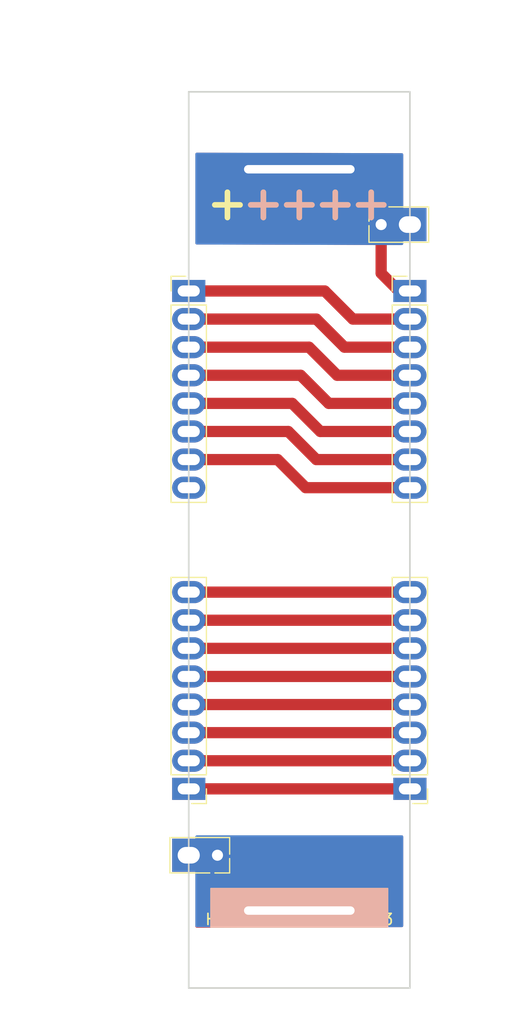
<source format=kicad_pcb>
(kicad_pcb (version 20171130) (host pcbnew "(5.1.5)-3")

  (general
    (thickness 1.6)
    (drawings 18)
    (tracks 34)
    (zones 0)
    (modules 11)
    (nets 19)
  )

  (page A4)
  (layers
    (0 F.Cu signal)
    (31 B.Cu signal)
    (32 B.Adhes user)
    (33 F.Adhes user)
    (34 B.Paste user)
    (35 F.Paste user)
    (36 B.SilkS user)
    (37 F.SilkS user)
    (38 B.Mask user)
    (39 F.Mask user)
    (40 Dwgs.User user)
    (41 Cmts.User user)
    (42 Eco1.User user)
    (43 Eco2.User user)
    (44 Edge.Cuts user)
    (45 Margin user)
    (46 B.CrtYd user)
    (47 F.CrtYd user)
    (48 B.Fab user)
    (49 F.Fab user)
  )

  (setup
    (last_trace_width 1.016)
    (user_trace_width 0.1524)
    (user_trace_width 0.254)
    (user_trace_width 0.508)
    (user_trace_width 0.762)
    (user_trace_width 1.016)
    (trace_clearance 0.1524)
    (zone_clearance 0.508)
    (zone_45_only no)
    (trace_min 0.1524)
    (via_size 0.6858)
    (via_drill 0.3302)
    (via_min_size 0.508)
    (via_min_drill 0.254)
    (user_via 0.508 0.254)
    (user_via 0.6858 0.3302)
    (user_via 0.8 0.4)
    (uvia_size 0.508)
    (uvia_drill 0.254)
    (uvias_allowed no)
    (uvia_min_size 0.2)
    (uvia_min_drill 0.1)
    (edge_width 0.15)
    (segment_width 0.2)
    (pcb_text_width 0.3)
    (pcb_text_size 1.5 1.5)
    (mod_edge_width 0.15)
    (mod_text_size 1 1)
    (mod_text_width 0.15)
    (pad_size 1.524 1.524)
    (pad_drill 0.762)
    (pad_to_mask_clearance 0.051)
    (solder_mask_min_width 0.25)
    (aux_axis_origin 0 0)
    (visible_elements 7FFFFFFF)
    (pcbplotparams
      (layerselection 0x010fc_ffffffff)
      (usegerberextensions false)
      (usegerberattributes false)
      (usegerberadvancedattributes false)
      (creategerberjobfile false)
      (excludeedgelayer true)
      (linewidth 0.100000)
      (plotframeref false)
      (viasonmask false)
      (mode 1)
      (useauxorigin false)
      (hpglpennumber 1)
      (hpglpenspeed 20)
      (hpglpendiameter 15.000000)
      (psnegative false)
      (psa4output false)
      (plotreference true)
      (plotvalue true)
      (plotinvisibletext false)
      (padsonsilk false)
      (subtractmaskfromsilk false)
      (outputformat 1)
      (mirror false)
      (drillshape 1)
      (scaleselection 1)
      (outputdirectory ""))
  )

  (net 0 "")
  (net 1 "Net-(BT1-Pad2)")
  (net 2 "Net-(BT1-Pad1)")
  (net 3 "Net-(J3-Pad6)")
  (net 4 "Net-(J3-Pad5)")
  (net 5 "Net-(J3-Pad4)")
  (net 6 "Net-(J3-Pad3)")
  (net 7 "Net-(J3-Pad2)")
  (net 8 "Net-(J3-Pad1)")
  (net 9 "Net-(J5-Pad6)")
  (net 10 "Net-(J5-Pad5)")
  (net 11 "Net-(J5-Pad4)")
  (net 12 "Net-(J5-Pad3)")
  (net 13 "Net-(J5-Pad2)")
  (net 14 "Net-(J5-Pad1)")
  (net 15 "Net-(J3-Pad7)")
  (net 16 "Net-(J3-Pad8)")
  (net 17 "Net-(J5-Pad8)")
  (net 18 "Net-(J5-Pad7)")

  (net_class Default "Ceci est la Netclass par défaut."
    (clearance 0.1524)
    (trace_width 0.1524)
    (via_dia 0.6858)
    (via_drill 0.3302)
    (uvia_dia 0.508)
    (uvia_drill 0.254)
    (add_net "Net-(BT1-Pad1)")
    (add_net "Net-(BT1-Pad2)")
    (add_net "Net-(J3-Pad1)")
    (add_net "Net-(J3-Pad2)")
    (add_net "Net-(J3-Pad3)")
    (add_net "Net-(J3-Pad4)")
    (add_net "Net-(J3-Pad5)")
    (add_net "Net-(J3-Pad6)")
    (add_net "Net-(J3-Pad7)")
    (add_net "Net-(J3-Pad8)")
    (add_net "Net-(J5-Pad1)")
    (add_net "Net-(J5-Pad2)")
    (add_net "Net-(J5-Pad3)")
    (add_net "Net-(J5-Pad4)")
    (add_net "Net-(J5-Pad5)")
    (add_net "Net-(J5-Pad6)")
    (add_net "Net-(J5-Pad7)")
    (add_net "Net-(J5-Pad8)")
  )

  (module telec:Castellated_1x08_P2.54mm (layer F.Cu) (tedit 608B189C) (tstamp 6088BA65)
    (at 32 75 180)
    (descr "Through hole straight pin header, 1x08, 2.54mm pitch, single row")
    (tags "Through hole pin header THT 1x08 2.54mm single row")
    (path /60887DCA)
    (fp_text reference J6 (at 0 -2.33) (layer F.SilkS) hide
      (effects (font (size 1 1) (thickness 0.15)))
    )
    (fp_text value bal_odd_right (at 0 20.11) (layer F.Fab)
      (effects (font (size 1 1) (thickness 0.15)))
    )
    (fp_text user %R (at 0 8.89 90) (layer F.Fab)
      (effects (font (size 1 1) (thickness 0.15)))
    )
    (fp_line (start 1.8 -1.8) (end -1.8 -1.8) (layer F.CrtYd) (width 0.05))
    (fp_line (start 1.8 19.55) (end 1.8 -1.8) (layer F.CrtYd) (width 0.05))
    (fp_line (start -1.8 19.55) (end 1.8 19.55) (layer F.CrtYd) (width 0.05))
    (fp_line (start -1.8 -1.8) (end -1.8 19.55) (layer F.CrtYd) (width 0.05))
    (fp_line (start -1.6 -1.33) (end -0.27 -1.33) (layer F.SilkS) (width 0.12))
    (fp_line (start -1.6 0) (end -1.6 -1.33) (layer F.SilkS) (width 0.12))
    (fp_line (start -1.6 1.27) (end 1.6 1.27) (layer F.SilkS) (width 0.12))
    (fp_line (start 1.6 1.27) (end 1.6 19.11) (layer F.SilkS) (width 0.12))
    (fp_line (start -1.6 1.27) (end -1.6 19.11) (layer F.SilkS) (width 0.12))
    (fp_line (start -1.6 19.11) (end 1.6 19.11) (layer F.SilkS) (width 0.12))
    (fp_line (start -1.27 -0.635) (end -0.635 -1.27) (layer F.Fab) (width 0.1))
    (fp_line (start -1.27 19.05) (end -1.27 -0.635) (layer F.Fab) (width 0.1))
    (fp_line (start 1.27 19.05) (end -1.27 19.05) (layer F.Fab) (width 0.1))
    (fp_line (start 1.27 -1.27) (end 1.27 19.05) (layer F.Fab) (width 0.1))
    (fp_line (start -0.635 -1.27) (end 1.27 -1.27) (layer F.Fab) (width 0.1))
    (pad 8 thru_hole oval (at 0 17.78 180) (size 3 2) (drill oval 2 1) (layers *.Cu *.Mask)
      (net 17 "Net-(J5-Pad8)"))
    (pad 7 thru_hole oval (at 0 15.24 180) (size 3 2) (drill oval 2 1) (layers *.Cu *.Mask)
      (net 18 "Net-(J5-Pad7)"))
    (pad 6 thru_hole oval (at 0 12.7 180) (size 3 2) (drill oval 2 1) (layers *.Cu *.Mask)
      (net 9 "Net-(J5-Pad6)"))
    (pad 5 thru_hole oval (at 0 10.16 180) (size 3 2) (drill oval 2 1) (layers *.Cu *.Mask)
      (net 10 "Net-(J5-Pad5)"))
    (pad 4 thru_hole oval (at 0 7.62 180) (size 3 2) (drill oval 2 1) (layers *.Cu *.Mask)
      (net 11 "Net-(J5-Pad4)"))
    (pad 3 thru_hole oval (at 0 5.08 180) (size 3 2) (drill oval 2 1) (layers *.Cu *.Mask)
      (net 12 "Net-(J5-Pad3)"))
    (pad 2 thru_hole oval (at 0 2.54 180) (size 3 2) (drill oval 2 1) (layers *.Cu *.Mask)
      (net 13 "Net-(J5-Pad2)"))
    (pad 1 thru_hole rect (at 0 0 180) (size 3 2) (drill oval 2 1) (layers *.Cu *.Mask)
      (net 14 "Net-(J5-Pad1)"))
  )

  (module telec:Castellated_1x08_P2.54mm (layer F.Cu) (tedit 608B189C) (tstamp 6088BA13)
    (at 12 75 180)
    (descr "Through hole straight pin header, 1x08, 2.54mm pitch, single row")
    (tags "Through hole pin header THT 1x08 2.54mm single row")
    (path /608882E0)
    (fp_text reference J5 (at 0 -2.33) (layer F.SilkS) hide
      (effects (font (size 1 1) (thickness 0.15)))
    )
    (fp_text value bal_odd_left (at 0 20.11) (layer F.Fab)
      (effects (font (size 1 1) (thickness 0.15)))
    )
    (fp_text user %R (at 0 8.89 90) (layer F.Fab)
      (effects (font (size 1 1) (thickness 0.15)))
    )
    (fp_line (start 1.8 -1.8) (end -1.8 -1.8) (layer F.CrtYd) (width 0.05))
    (fp_line (start 1.8 19.55) (end 1.8 -1.8) (layer F.CrtYd) (width 0.05))
    (fp_line (start -1.8 19.55) (end 1.8 19.55) (layer F.CrtYd) (width 0.05))
    (fp_line (start -1.8 -1.8) (end -1.8 19.55) (layer F.CrtYd) (width 0.05))
    (fp_line (start -1.6 -1.33) (end -0.27 -1.33) (layer F.SilkS) (width 0.12))
    (fp_line (start -1.6 0) (end -1.6 -1.33) (layer F.SilkS) (width 0.12))
    (fp_line (start -1.6 1.27) (end 1.6 1.27) (layer F.SilkS) (width 0.12))
    (fp_line (start 1.6 1.27) (end 1.6 19.11) (layer F.SilkS) (width 0.12))
    (fp_line (start -1.6 1.27) (end -1.6 19.11) (layer F.SilkS) (width 0.12))
    (fp_line (start -1.6 19.11) (end 1.6 19.11) (layer F.SilkS) (width 0.12))
    (fp_line (start -1.27 -0.635) (end -0.635 -1.27) (layer F.Fab) (width 0.1))
    (fp_line (start -1.27 19.05) (end -1.27 -0.635) (layer F.Fab) (width 0.1))
    (fp_line (start 1.27 19.05) (end -1.27 19.05) (layer F.Fab) (width 0.1))
    (fp_line (start 1.27 -1.27) (end 1.27 19.05) (layer F.Fab) (width 0.1))
    (fp_line (start -0.635 -1.27) (end 1.27 -1.27) (layer F.Fab) (width 0.1))
    (pad 8 thru_hole oval (at 0 17.78 180) (size 3 2) (drill oval 2 1) (layers *.Cu *.Mask)
      (net 17 "Net-(J5-Pad8)"))
    (pad 7 thru_hole oval (at 0 15.24 180) (size 3 2) (drill oval 2 1) (layers *.Cu *.Mask)
      (net 18 "Net-(J5-Pad7)"))
    (pad 6 thru_hole oval (at 0 12.7 180) (size 3 2) (drill oval 2 1) (layers *.Cu *.Mask)
      (net 9 "Net-(J5-Pad6)"))
    (pad 5 thru_hole oval (at 0 10.16 180) (size 3 2) (drill oval 2 1) (layers *.Cu *.Mask)
      (net 10 "Net-(J5-Pad5)"))
    (pad 4 thru_hole oval (at 0 7.62 180) (size 3 2) (drill oval 2 1) (layers *.Cu *.Mask)
      (net 11 "Net-(J5-Pad4)"))
    (pad 3 thru_hole oval (at 0 5.08 180) (size 3 2) (drill oval 2 1) (layers *.Cu *.Mask)
      (net 12 "Net-(J5-Pad3)"))
    (pad 2 thru_hole oval (at 0 2.54 180) (size 3 2) (drill oval 2 1) (layers *.Cu *.Mask)
      (net 13 "Net-(J5-Pad2)"))
    (pad 1 thru_hole rect (at 0 0 180) (size 3 2) (drill oval 2 1) (layers *.Cu *.Mask)
      (net 14 "Net-(J5-Pad1)"))
  )

  (module telec:Castellated_1x08_P2.54mm (layer F.Cu) (tedit 608B189C) (tstamp 6088B9AC)
    (at 32 30)
    (descr "Through hole straight pin header, 1x08, 2.54mm pitch, single row")
    (tags "Through hole pin header THT 1x08 2.54mm single row")
    (path /608868D9)
    (fp_text reference J4 (at 0 -2.33) (layer F.SilkS) hide
      (effects (font (size 1 1) (thickness 0.15)))
    )
    (fp_text value bal_even_right (at 0 20.11) (layer F.Fab)
      (effects (font (size 1 1) (thickness 0.15)))
    )
    (fp_text user %R (at 0 8.89 90) (layer F.Fab)
      (effects (font (size 1 1) (thickness 0.15)))
    )
    (fp_line (start 1.8 -1.8) (end -1.8 -1.8) (layer F.CrtYd) (width 0.05))
    (fp_line (start 1.8 19.55) (end 1.8 -1.8) (layer F.CrtYd) (width 0.05))
    (fp_line (start -1.8 19.55) (end 1.8 19.55) (layer F.CrtYd) (width 0.05))
    (fp_line (start -1.8 -1.8) (end -1.8 19.55) (layer F.CrtYd) (width 0.05))
    (fp_line (start -1.6 -1.33) (end -0.27 -1.33) (layer F.SilkS) (width 0.12))
    (fp_line (start -1.6 0) (end -1.6 -1.33) (layer F.SilkS) (width 0.12))
    (fp_line (start -1.6 1.27) (end 1.6 1.27) (layer F.SilkS) (width 0.12))
    (fp_line (start 1.6 1.27) (end 1.6 19.11) (layer F.SilkS) (width 0.12))
    (fp_line (start -1.6 1.27) (end -1.6 19.11) (layer F.SilkS) (width 0.12))
    (fp_line (start -1.6 19.11) (end 1.6 19.11) (layer F.SilkS) (width 0.12))
    (fp_line (start -1.27 -0.635) (end -0.635 -1.27) (layer F.Fab) (width 0.1))
    (fp_line (start -1.27 19.05) (end -1.27 -0.635) (layer F.Fab) (width 0.1))
    (fp_line (start 1.27 19.05) (end -1.27 19.05) (layer F.Fab) (width 0.1))
    (fp_line (start 1.27 -1.27) (end 1.27 19.05) (layer F.Fab) (width 0.1))
    (fp_line (start -0.635 -1.27) (end 1.27 -1.27) (layer F.Fab) (width 0.1))
    (pad 8 thru_hole oval (at 0 17.78) (size 3 2) (drill oval 2 1) (layers *.Cu *.Mask)
      (net 15 "Net-(J3-Pad7)"))
    (pad 7 thru_hole oval (at 0 15.24) (size 3 2) (drill oval 2 1) (layers *.Cu *.Mask)
      (net 3 "Net-(J3-Pad6)"))
    (pad 6 thru_hole oval (at 0 12.7) (size 3 2) (drill oval 2 1) (layers *.Cu *.Mask)
      (net 4 "Net-(J3-Pad5)"))
    (pad 5 thru_hole oval (at 0 10.16) (size 3 2) (drill oval 2 1) (layers *.Cu *.Mask)
      (net 5 "Net-(J3-Pad4)"))
    (pad 4 thru_hole oval (at 0 7.62) (size 3 2) (drill oval 2 1) (layers *.Cu *.Mask)
      (net 6 "Net-(J3-Pad3)"))
    (pad 3 thru_hole oval (at 0 5.08) (size 3 2) (drill oval 2 1) (layers *.Cu *.Mask)
      (net 7 "Net-(J3-Pad2)"))
    (pad 2 thru_hole oval (at 0 2.54) (size 3 2) (drill oval 2 1) (layers *.Cu *.Mask)
      (net 8 "Net-(J3-Pad1)"))
    (pad 1 thru_hole rect (at 0 0) (size 3 2) (drill oval 2 1) (layers *.Cu *.Mask)
      (net 2 "Net-(BT1-Pad1)"))
  )

  (module telec:Castellated_1x08_P2.54mm (layer F.Cu) (tedit 608B189C) (tstamp 6088B95A)
    (at 12 30)
    (descr "Through hole straight pin header, 1x08, 2.54mm pitch, single row")
    (tags "Through hole pin header THT 1x08 2.54mm single row")
    (path /6088705C)
    (fp_text reference J3 (at 0 -2.33) (layer F.SilkS) hide
      (effects (font (size 1 1) (thickness 0.15)))
    )
    (fp_text value bal_even_left (at 0 20.11) (layer F.Fab)
      (effects (font (size 1 1) (thickness 0.15)))
    )
    (fp_text user %R (at 0 8.89 90) (layer F.Fab)
      (effects (font (size 1 1) (thickness 0.15)))
    )
    (fp_line (start 1.8 -1.8) (end -1.8 -1.8) (layer F.CrtYd) (width 0.05))
    (fp_line (start 1.8 19.55) (end 1.8 -1.8) (layer F.CrtYd) (width 0.05))
    (fp_line (start -1.8 19.55) (end 1.8 19.55) (layer F.CrtYd) (width 0.05))
    (fp_line (start -1.8 -1.8) (end -1.8 19.55) (layer F.CrtYd) (width 0.05))
    (fp_line (start -1.6 -1.33) (end -0.27 -1.33) (layer F.SilkS) (width 0.12))
    (fp_line (start -1.6 0) (end -1.6 -1.33) (layer F.SilkS) (width 0.12))
    (fp_line (start -1.6 1.27) (end 1.6 1.27) (layer F.SilkS) (width 0.12))
    (fp_line (start 1.6 1.27) (end 1.6 19.11) (layer F.SilkS) (width 0.12))
    (fp_line (start -1.6 1.27) (end -1.6 19.11) (layer F.SilkS) (width 0.12))
    (fp_line (start -1.6 19.11) (end 1.6 19.11) (layer F.SilkS) (width 0.12))
    (fp_line (start -1.27 -0.635) (end -0.635 -1.27) (layer F.Fab) (width 0.1))
    (fp_line (start -1.27 19.05) (end -1.27 -0.635) (layer F.Fab) (width 0.1))
    (fp_line (start 1.27 19.05) (end -1.27 19.05) (layer F.Fab) (width 0.1))
    (fp_line (start 1.27 -1.27) (end 1.27 19.05) (layer F.Fab) (width 0.1))
    (fp_line (start -0.635 -1.27) (end 1.27 -1.27) (layer F.Fab) (width 0.1))
    (pad 8 thru_hole oval (at 0 17.78) (size 3 2) (drill oval 2 1) (layers *.Cu *.Mask)
      (net 16 "Net-(J3-Pad8)"))
    (pad 7 thru_hole oval (at 0 15.24) (size 3 2) (drill oval 2 1) (layers *.Cu *.Mask)
      (net 15 "Net-(J3-Pad7)"))
    (pad 6 thru_hole oval (at 0 12.7) (size 3 2) (drill oval 2 1) (layers *.Cu *.Mask)
      (net 3 "Net-(J3-Pad6)"))
    (pad 5 thru_hole oval (at 0 10.16) (size 3 2) (drill oval 2 1) (layers *.Cu *.Mask)
      (net 4 "Net-(J3-Pad5)"))
    (pad 4 thru_hole oval (at 0 7.62) (size 3 2) (drill oval 2 1) (layers *.Cu *.Mask)
      (net 5 "Net-(J3-Pad4)"))
    (pad 3 thru_hole oval (at 0 5.08) (size 3 2) (drill oval 2 1) (layers *.Cu *.Mask)
      (net 6 "Net-(J3-Pad3)"))
    (pad 2 thru_hole oval (at 0 2.54) (size 3 2) (drill oval 2 1) (layers *.Cu *.Mask)
      (net 7 "Net-(J3-Pad2)"))
    (pad 1 thru_hole rect (at 0 0) (size 3 2) (drill oval 2 1) (layers *.Cu *.Mask)
      (net 8 "Net-(J3-Pad1)"))
  )

  (module telec:Castellated_1x01_P5.08mm (layer F.Cu) (tedit 608B1B74) (tstamp 6088B8F3)
    (at 12 81 180)
    (descr "Through hole straight pin header, 1x08, 2.54mm pitch, single row")
    (tags "Through hole pin header THT 1x08 2.54mm single row")
    (path /6089B7C0)
    (fp_text reference J2 (at 0 -2.33) (layer F.SilkS) hide
      (effects (font (size 1 1) (thickness 0.15)))
    )
    (fp_text value cell_- (at -0.1 2.6) (layer F.Fab)
      (effects (font (size 1 1) (thickness 0.15)))
    )
    (fp_text user %R (at 0 -2.3 180) (layer F.Fab)
      (effects (font (size 1 1) (thickness 0.15)))
    )
    (fp_line (start 1.8 -1.8) (end -3.8 -1.8) (layer F.CrtYd) (width 0.05))
    (fp_line (start 1.8 1.8) (end 1.8 -1.8) (layer F.CrtYd) (width 0.05))
    (fp_line (start -3.8 1.8) (end 1.8 1.8) (layer F.CrtYd) (width 0.05))
    (fp_line (start -3.8 -1.8) (end -3.8 1.8) (layer F.CrtYd) (width 0.05))
    (fp_line (start -3.7 -1.6) (end -2.37 -1.6) (layer F.SilkS) (width 0.12))
    (fp_line (start -3.7 -0.3) (end -3.7 -1.6) (layer F.SilkS) (width 0.12))
    (fp_line (start -3.7 1.6) (end 1.7 1.6) (layer F.SilkS) (width 0.12))
    (fp_line (start 1.7 -1.6) (end 1.7 1.6) (layer F.SilkS) (width 0.12))
    (fp_line (start -3.7 0.1) (end -3.7 1.6) (layer F.SilkS) (width 0.12))
    (fp_line (start -1.9 -1.6) (end 1.7 -1.6) (layer F.SilkS) (width 0.12))
    (pad 1 thru_hole rect (at -2.6 0 180) (size 2.5 3) (drill 1 (offset 0.25 0)) (layers *.Cu *.Mask)
      (net 1 "Net-(BT1-Pad2)"))
    (pad 1 thru_hole rect (at 0 0 180) (size 3 3) (drill oval 2 1.5) (layers *.Cu *.Mask)
      (net 1 "Net-(BT1-Pad2)"))
  )

  (module telec:Castellated_1x01_P5.08mm (layer F.Cu) (tedit 608B1B74) (tstamp 6088B8CD)
    (at 32 24)
    (descr "Through hole straight pin header, 1x08, 2.54mm pitch, single row")
    (tags "Through hole pin header THT 1x08 2.54mm single row")
    (path /6089A9FB)
    (fp_text reference J1 (at 0 -2.33) (layer F.SilkS) hide
      (effects (font (size 1 1) (thickness 0.15)))
    )
    (fp_text value cell_+ (at -0.1 2.6) (layer F.Fab)
      (effects (font (size 1 1) (thickness 0.15)))
    )
    (fp_text user %R (at 0 -2.3 180) (layer F.Fab)
      (effects (font (size 1 1) (thickness 0.15)))
    )
    (fp_line (start 1.8 -1.8) (end -3.8 -1.8) (layer F.CrtYd) (width 0.05))
    (fp_line (start 1.8 1.8) (end 1.8 -1.8) (layer F.CrtYd) (width 0.05))
    (fp_line (start -3.8 1.8) (end 1.8 1.8) (layer F.CrtYd) (width 0.05))
    (fp_line (start -3.8 -1.8) (end -3.8 1.8) (layer F.CrtYd) (width 0.05))
    (fp_line (start -3.7 -1.6) (end -2.37 -1.6) (layer F.SilkS) (width 0.12))
    (fp_line (start -3.7 -0.3) (end -3.7 -1.6) (layer F.SilkS) (width 0.12))
    (fp_line (start -3.7 1.6) (end 1.7 1.6) (layer F.SilkS) (width 0.12))
    (fp_line (start 1.7 -1.6) (end 1.7 1.6) (layer F.SilkS) (width 0.12))
    (fp_line (start -3.7 0.1) (end -3.7 1.6) (layer F.SilkS) (width 0.12))
    (fp_line (start -1.9 -1.6) (end 1.7 -1.6) (layer F.SilkS) (width 0.12))
    (pad 1 thru_hole rect (at -2.6 0) (size 2.5 3) (drill 1 (offset 0.25 0)) (layers *.Cu *.Mask)
      (net 2 "Net-(BT1-Pad1)"))
    (pad 1 thru_hole rect (at 0 0) (size 3 3) (drill oval 2 1.5) (layers *.Cu *.Mask)
      (net 2 "Net-(BT1-Pad1)"))
  )

  (module telec:Cell_18650 (layer F.Cu) (tedit 60885B37) (tstamp 6088E3D1)
    (at 22 19)
    (path /608856BD)
    (fp_text reference BT1 (at 0 -2.5) (layer F.SilkS) hide
      (effects (font (size 1 1) (thickness 0.15)))
    )
    (fp_text value Battery_Cell (at 0 -4) (layer F.Fab)
      (effects (font (size 1 1) (thickness 0.15)))
    )
    (fp_poly (pts (xy 8 68.5) (xy -8 68.5) (xy -8 65) (xy 8 65)) (layer B.SilkS) (width 0.1))
    (fp_text user + (at -6.5 3) (layer F.SilkS)
      (effects (font (size 3 3) (thickness 0.5)))
    )
    (fp_text user + (at -3.25 3) (layer B.SilkS)
      (effects (font (size 3 3) (thickness 0.5)) (justify mirror))
    )
    (fp_text user + (at 0 3) (layer B.SilkS)
      (effects (font (size 3 3) (thickness 0.5)) (justify mirror))
    )
    (fp_text user + (at 3.25 3) (layer B.SilkS)
      (effects (font (size 3 3) (thickness 0.5)) (justify mirror))
    )
    (fp_text user + (at 6.5 3) (layer B.SilkS)
      (effects (font (size 3 3) (thickness 0.5)) (justify mirror))
    )
    (fp_line (start -8 68.5) (end -8 -1.5) (layer B.CrtYd) (width 0.12))
    (fp_line (start 8 68.5) (end -8 68.5) (layer B.CrtYd) (width 0.12))
    (fp_line (start 8 -1.5) (end 8 68.5) (layer B.CrtYd) (width 0.12))
    (fp_line (start -8 -1.5) (end 8 -1.5) (layer B.CrtYd) (width 0.12))
    (fp_poly (pts (xy 8 68.5) (xy -8 68.5) (xy -8 65) (xy 8 65)) (layer F.SilkS) (width 0.1))
    (fp_text user + (at 6.5 3) (layer F.SilkS)
      (effects (font (size 3 3) (thickness 0.5)))
    )
    (fp_text user + (at 3.25 3) (layer F.SilkS)
      (effects (font (size 3 3) (thickness 0.5)))
    )
    (fp_text user + (at 0 3) (layer F.SilkS)
      (effects (font (size 3 3) (thickness 0.5)))
    )
    (fp_text user + (at -3.25 3) (layer F.SilkS)
      (effects (font (size 3 3) (thickness 0.5)))
    )
    (fp_text user + (at -6.5 3) (layer F.SilkS)
      (effects (font (size 3 3) (thickness 0.5)))
    )
    (fp_line (start -8 68.5) (end -8 -1.5) (layer F.CrtYd) (width 0.12))
    (fp_line (start 8 68.5) (end -8 68.5) (layer F.CrtYd) (width 0.12))
    (fp_line (start 8 -1.5) (end 8 68.5) (layer F.CrtYd) (width 0.12))
    (fp_line (start -8 -1.5) (end 8 -1.5) (layer F.CrtYd) (width 0.12))
    (pad 2 thru_hole roundrect (at 0 67) (size 15.24 2.54) (drill oval 10 0.762) (layers *.Cu *.Mask) (roundrect_rratio 0.25)
      (net 1 "Net-(BT1-Pad2)"))
    (pad 1 thru_hole roundrect (at 0 0) (size 15.24 2.54) (drill oval 10 0.762) (layers *.Cu *.Mask) (roundrect_rratio 0.25)
      (net 2 "Net-(BT1-Pad1)"))
  )

  (module MountingHole:MountingHole_2mm (layer F.Cu) (tedit 5B924920) (tstamp 6088B89D)
    (at 14.5 90)
    (descr "Mounting Hole 2mm, no annular")
    (tags "mounting hole 2mm no annular")
    (path /608A5327)
    (attr virtual)
    (fp_text reference H4 (at 0 -3.2) (layer F.SilkS)
      (effects (font (size 1 1) (thickness 0.15)))
    )
    (fp_text value MountingHole (at 0 3.1) (layer F.Fab)
      (effects (font (size 1 1) (thickness 0.15)))
    )
    (fp_circle (center 0 0) (end 2.25 0) (layer F.CrtYd) (width 0.05))
    (fp_circle (center 0 0) (end 2 0) (layer Cmts.User) (width 0.15))
    (fp_text user %R (at 0.3 0) (layer F.Fab)
      (effects (font (size 1 1) (thickness 0.15)))
    )
    (pad "" np_thru_hole circle (at 0 0) (size 2 2) (drill 2) (layers *.Cu *.Mask))
  )

  (module MountingHole:MountingHole_2mm (layer F.Cu) (tedit 5B924920) (tstamp 6088B895)
    (at 29.5 90)
    (descr "Mounting Hole 2mm, no annular")
    (tags "mounting hole 2mm no annular")
    (path /608A4863)
    (attr virtual)
    (fp_text reference H3 (at 0 -3.2) (layer F.SilkS)
      (effects (font (size 1 1) (thickness 0.15)))
    )
    (fp_text value MountingHole (at 0 3.1) (layer F.Fab)
      (effects (font (size 1 1) (thickness 0.15)))
    )
    (fp_circle (center 0 0) (end 2.25 0) (layer F.CrtYd) (width 0.05))
    (fp_circle (center 0 0) (end 2 0) (layer Cmts.User) (width 0.15))
    (fp_text user %R (at 0.3 0) (layer F.Fab)
      (effects (font (size 1 1) (thickness 0.15)))
    )
    (pad "" np_thru_hole circle (at 0 0) (size 2 2) (drill 2) (layers *.Cu *.Mask))
  )

  (module MountingHole:MountingHole_2mm (layer F.Cu) (tedit 5B924920) (tstamp 6088B88D)
    (at 29.5 15)
    (descr "Mounting Hole 2mm, no annular")
    (tags "mounting hole 2mm no annular")
    (path /608A3E96)
    (attr virtual)
    (fp_text reference H2 (at 0 -3.2) (layer F.SilkS) hide
      (effects (font (size 1 1) (thickness 0.15)))
    )
    (fp_text value MountingHole (at -0.3 -2.2) (layer F.Fab)
      (effects (font (size 1 1) (thickness 0.15)))
    )
    (fp_circle (center 0 0) (end 2.25 0) (layer F.CrtYd) (width 0.05))
    (fp_circle (center 0 0) (end 2 0) (layer Cmts.User) (width 0.15))
    (fp_text user %R (at 0.3 0) (layer F.Fab)
      (effects (font (size 1 1) (thickness 0.15)))
    )
    (pad "" np_thru_hole circle (at 0 0) (size 2 2) (drill 2) (layers *.Cu *.Mask))
  )

  (module MountingHole:MountingHole_2mm (layer F.Cu) (tedit 5B924920) (tstamp 6088B885)
    (at 14.5 15)
    (descr "Mounting Hole 2mm, no annular")
    (tags "mounting hole 2mm no annular")
    (path /608A3145)
    (attr virtual)
    (fp_text reference H1 (at 0 -3.2) (layer F.SilkS) hide
      (effects (font (size 1 1) (thickness 0.15)))
    )
    (fp_text value MountingHole (at 0 3.1) (layer F.Fab)
      (effects (font (size 1 1) (thickness 0.15)))
    )
    (fp_circle (center 0 0) (end 2.25 0) (layer F.CrtYd) (width 0.05))
    (fp_circle (center 0 0) (end 2 0) (layer Cmts.User) (width 0.15))
    (fp_text user %R (at 0.3 0) (layer F.Fab)
      (effects (font (size 1 1) (thickness 0.15)))
    )
    (pad "" np_thru_hole circle (at 0 0) (size 2 2) (drill 2) (layers *.Cu *.Mask))
  )

  (dimension 18 (width 0.15) (layer Dwgs.User) (tstamp 608B832F)
    (gr_text "18,000 mm" (at 41.7 21 90) (layer Dwgs.User) (tstamp 608B8330)
      (effects (font (size 1 1) (thickness 0.15)))
    )
    (feature1 (pts (xy 32.004882 30) (xy 40.986421 30)))
    (feature2 (pts (xy 32.004882 12) (xy 40.986421 12)))
    (crossbar (pts (xy 40.4 12) (xy 40.4 30)))
    (arrow1a (pts (xy 40.4 30) (xy 39.813579 28.873496)))
    (arrow1b (pts (xy 40.4 30) (xy 40.986421 28.873496)))
    (arrow2a (pts (xy 40.4 12) (xy 39.813579 13.126504)))
    (arrow2b (pts (xy 40.4 12) (xy 40.986421 13.126504)))
  )
  (dimension 18 (width 0.15) (layer Dwgs.User) (tstamp 608B8266)
    (gr_text "18,000 mm" (at 2.3 21 90) (layer Dwgs.User) (tstamp 608B8267)
      (effects (font (size 1 1) (thickness 0.15)))
    )
    (feature1 (pts (xy 11.995118 12) (xy 3.013579 12)))
    (feature2 (pts (xy 11.995118 30) (xy 3.013579 30)))
    (crossbar (pts (xy 3.6 30) (xy 3.6 12)))
    (arrow1a (pts (xy 3.6 12) (xy 4.186421 13.126504)))
    (arrow1b (pts (xy 3.6 12) (xy 3.013579 13.126504)))
    (arrow2a (pts (xy 3.6 30) (xy 4.186421 28.873496)))
    (arrow2b (pts (xy 3.6 30) (xy 3.013579 28.873496)))
  )
  (dimension 18 (width 0.15) (layer Dwgs.User) (tstamp 608B81B3)
    (gr_text "18,000 mm" (at -1.400413 84 90) (layer Dwgs.User) (tstamp 608B81B4)
      (effects (font (size 1 1) (thickness 0.15)))
    )
    (feature1 (pts (xy 11.994705 75) (xy -0.686834 75)))
    (feature2 (pts (xy 11.994705 93) (xy -0.686834 93)))
    (crossbar (pts (xy -0.100413 93) (xy -0.100413 75)))
    (arrow1a (pts (xy -0.100413 75) (xy 0.486008 76.126504)))
    (arrow1b (pts (xy -0.100413 75) (xy -0.686834 76.126504)))
    (arrow2a (pts (xy -0.100413 93) (xy 0.486008 91.873496)))
    (arrow2b (pts (xy -0.100413 93) (xy -0.686834 91.873496)))
  )
  (dimension 12 (width 0.15) (layer Dwgs.User) (tstamp 608B8177)
    (gr_text "12,000 mm" (at 37.9 18 270) (layer Dwgs.User) (tstamp 608B8178)
      (effects (font (size 1 1) (thickness 0.15)))
    )
    (feature1 (pts (xy 32.005295 24) (xy 37.186421 24)))
    (feature2 (pts (xy 32.005295 12) (xy 37.186421 12)))
    (crossbar (pts (xy 36.6 12) (xy 36.6 24)))
    (arrow1a (pts (xy 36.6 24) (xy 36.013579 22.873496)))
    (arrow1b (pts (xy 36.6 24) (xy 37.186421 22.873496)))
    (arrow2a (pts (xy 36.6 12) (xy 36.013579 13.126504)))
    (arrow2b (pts (xy 36.6 12) (xy 37.186421 13.126504)))
  )
  (dimension 12 (width 0.15) (layer Dwgs.User)
    (gr_text "12,000 mm" (at 2.205295 87 90) (layer Dwgs.User)
      (effects (font (size 1 1) (thickness 0.15)))
    )
    (feature1 (pts (xy 12 81) (xy 2.918874 81)))
    (feature2 (pts (xy 12 93) (xy 2.918874 93)))
    (crossbar (pts (xy 3.505295 93) (xy 3.505295 81)))
    (arrow1a (pts (xy 3.505295 81) (xy 4.091716 82.126504)))
    (arrow1b (pts (xy 3.505295 81) (xy 2.918874 82.126504)))
    (arrow2a (pts (xy 3.505295 93) (xy 4.091716 91.873496)))
    (arrow2b (pts (xy 3.505295 93) (xy 2.918874 91.873496)))
  )
  (dimension 15 (width 0.15) (layer Dwgs.User) (tstamp 6088D206)
    (gr_text "15,000 mm" (at 22 96.9) (layer Dwgs.User) (tstamp 6088D206)
      (effects (font (size 1 1) (thickness 0.15)))
    )
    (feature1 (pts (xy 29.5 93) (xy 29.5 96.186421)))
    (feature2 (pts (xy 14.5 93) (xy 14.5 96.186421)))
    (crossbar (pts (xy 14.5 95.6) (xy 29.5 95.6)))
    (arrow1a (pts (xy 29.5 95.6) (xy 28.373496 96.186421)))
    (arrow1b (pts (xy 29.5 95.6) (xy 28.373496 95.013579)))
    (arrow2a (pts (xy 14.5 95.6) (xy 15.626504 96.186421)))
    (arrow2b (pts (xy 14.5 95.6) (xy 15.626504 95.013579)))
  )
  (dimension 10 (width 0.15) (layer Dwgs.User)
    (gr_text "10,000 mm" (at 17 4.4) (layer Dwgs.User)
      (effects (font (size 1 1) (thickness 0.15)))
    )
    (feature1 (pts (xy 22 12) (xy 22 5.113579)))
    (feature2 (pts (xy 12 12) (xy 12 5.113579)))
    (crossbar (pts (xy 12 5.7) (xy 22 5.7)))
    (arrow1a (pts (xy 22 5.7) (xy 20.873496 6.286421)))
    (arrow1b (pts (xy 22 5.7) (xy 20.873496 5.113579)))
    (arrow2a (pts (xy 12 5.7) (xy 13.126504 6.286421)))
    (arrow2b (pts (xy 12 5.7) (xy 13.126504 5.113579)))
  )
  (dimension 7 (width 0.15) (layer Dwgs.User) (tstamp 6088D17D)
    (gr_text "7,000 mm" (at 5.6 89.5 270) (layer Dwgs.User) (tstamp 6088D17D)
      (effects (font (size 1 1) (thickness 0.15)))
    )
    (feature1 (pts (xy 12 93) (xy 6.313579 93)))
    (feature2 (pts (xy 12 86) (xy 6.313579 86)))
    (crossbar (pts (xy 6.9 86) (xy 6.9 93)))
    (arrow1a (pts (xy 6.9 93) (xy 6.313579 91.873496)))
    (arrow1b (pts (xy 6.9 93) (xy 7.486421 91.873496)))
    (arrow2a (pts (xy 6.9 86) (xy 6.313579 87.126504)))
    (arrow2b (pts (xy 6.9 86) (xy 7.486421 87.126504)))
  )
  (dimension 3 (width 0.15) (layer Dwgs.User) (tstamp 6088D17B)
    (gr_text "3,000 mm" (at 8.6 91.5 270) (layer Dwgs.User) (tstamp 6088D17B)
      (effects (font (size 1 1) (thickness 0.15)))
    )
    (feature1 (pts (xy 12 93) (xy 9.313579 93)))
    (feature2 (pts (xy 12 90) (xy 9.313579 90)))
    (crossbar (pts (xy 9.9 90) (xy 9.9 93)))
    (arrow1a (pts (xy 9.9 93) (xy 9.313579 91.873496)))
    (arrow1b (pts (xy 9.9 93) (xy 10.486421 91.873496)))
    (arrow2a (pts (xy 9.9 90) (xy 9.313579 91.126504)))
    (arrow2b (pts (xy 9.9 90) (xy 10.486421 91.126504)))
  )
  (dimension 2.5 (width 0.15) (layer Dwgs.User) (tstamp 6088D179)
    (gr_text "2,500 mm" (at 13.25 96.9) (layer Dwgs.User) (tstamp 6088D179)
      (effects (font (size 1 1) (thickness 0.15)))
    )
    (feature1 (pts (xy 14.5 93) (xy 14.5 96.186421)))
    (feature2 (pts (xy 12 93) (xy 12 96.186421)))
    (crossbar (pts (xy 12 95.6) (xy 14.5 95.6)))
    (arrow1a (pts (xy 14.5 95.6) (xy 13.373496 96.186421)))
    (arrow1b (pts (xy 14.5 95.6) (xy 13.373496 95.013579)))
    (arrow2a (pts (xy 12 95.6) (xy 13.126504 96.186421)))
    (arrow2b (pts (xy 12 95.6) (xy 13.126504 95.013579)))
  )
  (dimension 7 (width 0.15) (layer Dwgs.User)
    (gr_text "7,000 mm" (at 5.6 15.5 270) (layer Dwgs.User)
      (effects (font (size 1 1) (thickness 0.15)))
    )
    (feature1 (pts (xy 12 19) (xy 6.313579 19)))
    (feature2 (pts (xy 12 12) (xy 6.313579 12)))
    (crossbar (pts (xy 6.9 12) (xy 6.9 19)))
    (arrow1a (pts (xy 6.9 19) (xy 6.313579 17.873496)))
    (arrow1b (pts (xy 6.9 19) (xy 7.486421 17.873496)))
    (arrow2a (pts (xy 6.9 12) (xy 6.313579 13.126504)))
    (arrow2b (pts (xy 6.9 12) (xy 7.486421 13.126504)))
  )
  (dimension 3 (width 0.15) (layer Dwgs.User)
    (gr_text "3,000 mm" (at 8.6 13.5 270) (layer Dwgs.User)
      (effects (font (size 1 1) (thickness 0.15)))
    )
    (feature1 (pts (xy 12 15) (xy 9.313579 15)))
    (feature2 (pts (xy 12 12) (xy 9.313579 12)))
    (crossbar (pts (xy 9.9 12) (xy 9.9 15)))
    (arrow1a (pts (xy 9.9 15) (xy 9.313579 13.873496)))
    (arrow1b (pts (xy 9.9 15) (xy 10.486421 13.873496)))
    (arrow2a (pts (xy 9.9 12) (xy 9.313579 13.126504)))
    (arrow2b (pts (xy 9.9 12) (xy 10.486421 13.126504)))
  )
  (dimension 2.5 (width 0.15) (layer Dwgs.User)
    (gr_text "2,500 mm" (at 13.25 8.2) (layer Dwgs.User)
      (effects (font (size 1 1) (thickness 0.15)))
    )
    (feature1 (pts (xy 14.5 12) (xy 14.5 8.913579)))
    (feature2 (pts (xy 12 12) (xy 12 8.913579)))
    (crossbar (pts (xy 12 9.5) (xy 14.5 9.5)))
    (arrow1a (pts (xy 14.5 9.5) (xy 13.373496 10.086421)))
    (arrow1b (pts (xy 14.5 9.5) (xy 13.373496 8.913579)))
    (arrow2a (pts (xy 12 9.5) (xy 13.126504 10.086421)))
    (arrow2b (pts (xy 12 9.5) (xy 13.126504 8.913579)))
  )
  (dimension 15 (width 0.15) (layer Dwgs.User)
    (gr_text "15,000 mm" (at 22 8.2) (layer Dwgs.User)
      (effects (font (size 1 1) (thickness 0.15)))
    )
    (feature1 (pts (xy 29.5 12) (xy 29.5 8.913579)))
    (feature2 (pts (xy 14.5 12) (xy 14.5 8.913579)))
    (crossbar (pts (xy 14.5 9.5) (xy 29.5 9.5)))
    (arrow1a (pts (xy 29.5 9.5) (xy 28.373496 10.086421)))
    (arrow1b (pts (xy 29.5 9.5) (xy 28.373496 8.913579)))
    (arrow2a (pts (xy 14.5 9.5) (xy 15.626504 10.086421)))
    (arrow2b (pts (xy 14.5 9.5) (xy 15.626504 8.913579)))
  )
  (gr_line (start 12 93) (end 12 12) (layer Edge.Cuts) (width 0.15) (tstamp 6088BC59))
  (gr_line (start 32 93) (end 12 93) (layer Edge.Cuts) (width 0.15))
  (gr_line (start 32 12) (end 32 93) (layer Edge.Cuts) (width 0.15))
  (gr_line (start 12 12) (end 32 12) (layer Edge.Cuts) (width 0.15))

  (segment (start 12 81) (end 14.6 81) (width 1.016) (layer F.Cu) (net 1))
  (segment (start 32 30) (end 31 30) (width 1.016) (layer F.Cu) (net 2))
  (segment (start 29.4 28.4) (end 29.4 24) (width 1.016) (layer F.Cu) (net 2))
  (segment (start 31 30) (end 29.4 28.4) (width 1.016) (layer F.Cu) (net 2))
  (segment (start 32 24) (end 29.4 24) (width 1.016) (layer F.Cu) (net 2))
  (segment (start 12 42.7) (end 21 42.7) (width 1.016) (layer F.Cu) (net 3))
  (segment (start 23.54 45.24) (end 32 45.24) (width 1.016) (layer F.Cu) (net 3))
  (segment (start 21 42.7) (end 23.54 45.24) (width 1.016) (layer F.Cu) (net 3))
  (segment (start 12 40.16) (end 21.36 40.16) (width 1.016) (layer F.Cu) (net 4))
  (segment (start 23.9 42.7) (end 32 42.7) (width 1.016) (layer F.Cu) (net 4))
  (segment (start 21.36 40.16) (end 23.9 42.7) (width 1.016) (layer F.Cu) (net 4))
  (segment (start 12 37.62) (end 22.12 37.62) (width 1.016) (layer F.Cu) (net 5))
  (segment (start 24.66 40.16) (end 32 40.16) (width 1.016) (layer F.Cu) (net 5))
  (segment (start 22.12 37.62) (end 24.66 40.16) (width 1.016) (layer F.Cu) (net 5))
  (segment (start 12 35.08) (end 22.88 35.08) (width 1.016) (layer F.Cu) (net 6))
  (segment (start 25.42 37.62) (end 32 37.62) (width 1.016) (layer F.Cu) (net 6))
  (segment (start 22.88 35.08) (end 25.42 37.62) (width 1.016) (layer F.Cu) (net 6))
  (segment (start 12 32.54) (end 23.54 32.54) (width 1.016) (layer F.Cu) (net 7))
  (segment (start 26.08 35.08) (end 32 35.08) (width 1.016) (layer F.Cu) (net 7))
  (segment (start 23.54 32.54) (end 26.08 35.08) (width 1.016) (layer F.Cu) (net 7))
  (segment (start 12 30) (end 24.3 30) (width 1.016) (layer F.Cu) (net 8))
  (segment (start 26.84 32.54) (end 32 32.54) (width 1.016) (layer F.Cu) (net 8))
  (segment (start 24.3 30) (end 26.84 32.54) (width 1.016) (layer F.Cu) (net 8))
  (segment (start 12 62.3) (end 32 62.3) (width 1.016) (layer F.Cu) (net 9))
  (segment (start 32 64.84) (end 12 64.84) (width 1.016) (layer F.Cu) (net 10))
  (segment (start 12 67.38) (end 32 67.38) (width 1.016) (layer F.Cu) (net 11))
  (segment (start 32 69.92) (end 12 69.92) (width 1.016) (layer F.Cu) (net 12))
  (segment (start 12 72.46) (end 32 72.46) (width 1.016) (layer F.Cu) (net 13))
  (segment (start 32 75) (end 12 75) (width 1.016) (layer F.Cu) (net 14))
  (segment (start 12 45.24) (end 20.04 45.24) (width 1.016) (layer F.Cu) (net 15))
  (segment (start 22.58 47.78) (end 32 47.78) (width 1.016) (layer F.Cu) (net 15))
  (segment (start 20.04 45.24) (end 22.58 47.78) (width 1.016) (layer F.Cu) (net 15))
  (segment (start 12 57.22) (end 32 57.22) (width 1.016) (layer F.Cu) (net 17))
  (segment (start 32 59.76) (end 12 59.76) (width 1.016) (layer F.Cu) (net 18))

  (zone (net 2) (net_name "Net-(BT1-Pad1)") (layer F.Cu) (tstamp 0) (hatch edge 0.508)
    (connect_pads yes (clearance 0.508))
    (min_thickness 0.254)
    (fill yes (arc_segments 32) (thermal_gap 0.508) (thermal_bridge_width 0.508))
    (polygon
      (pts
        (xy 31.4 25.85) (xy 12.6 25.8) (xy 12.6 17.5) (xy 31.4 17.55)
      )
    )
    (filled_polygon
      (pts
        (xy 31.273 17.676663) (xy 31.273 25.722661) (xy 12.727 25.673337) (xy 12.727 17.627339)
      )
    )
  )
  (zone (net 2) (net_name "Net-(BT1-Pad1)") (layer B.Cu) (tstamp 608B86F6) (hatch edge 0.508)
    (connect_pads yes (clearance 0.508))
    (min_thickness 0.254)
    (fill yes (arc_segments 32) (thermal_gap 0.508) (thermal_bridge_width 0.508))
    (polygon
      (pts
        (xy 31.4 25.85) (xy 12.6 25.8) (xy 12.6 17.5) (xy 31.4 17.55)
      )
    )
    (filled_polygon
      (pts
        (xy 31.273 17.676663) (xy 31.273 25.722661) (xy 12.727 25.673337) (xy 12.727 17.627339)
      )
    )
  )
  (zone (net 1) (net_name "Net-(BT1-Pad2)") (layer B.Cu) (tstamp 608B86F9) (hatch edge 0.508)
    (connect_pads yes (clearance 0.508))
    (min_thickness 0.254)
    (fill yes (arc_segments 32) (thermal_gap 0.508) (thermal_bridge_width 0.508))
    (polygon
      (pts
        (xy 31.4 87.5) (xy 12.6 87.5) (xy 12.6 79.2) (xy 31.4 79.2)
      )
    )
    (filled_polygon
      (pts
        (xy 31.273 87.373) (xy 12.727 87.373) (xy 12.727 79.327) (xy 31.273 79.327)
      )
    )
  )
  (zone (net 1) (net_name "Net-(BT1-Pad2)") (layer F.Cu) (tstamp 608B86FE) (hatch edge 0.508)
    (connect_pads yes (clearance 0.508))
    (min_thickness 0.254)
    (fill yes (arc_segments 32) (thermal_gap 0.508) (thermal_bridge_width 0.508))
    (polygon
      (pts
        (xy 31.4 87.5) (xy 12.6 87.55) (xy 12.6 79.25) (xy 31.4 79.2)
      )
    )
    (filled_polygon
      (pts
        (xy 31.273 87.373337) (xy 12.727 87.422661) (xy 12.727 79.376663) (xy 31.273 79.327339)
      )
    )
  )
)

</source>
